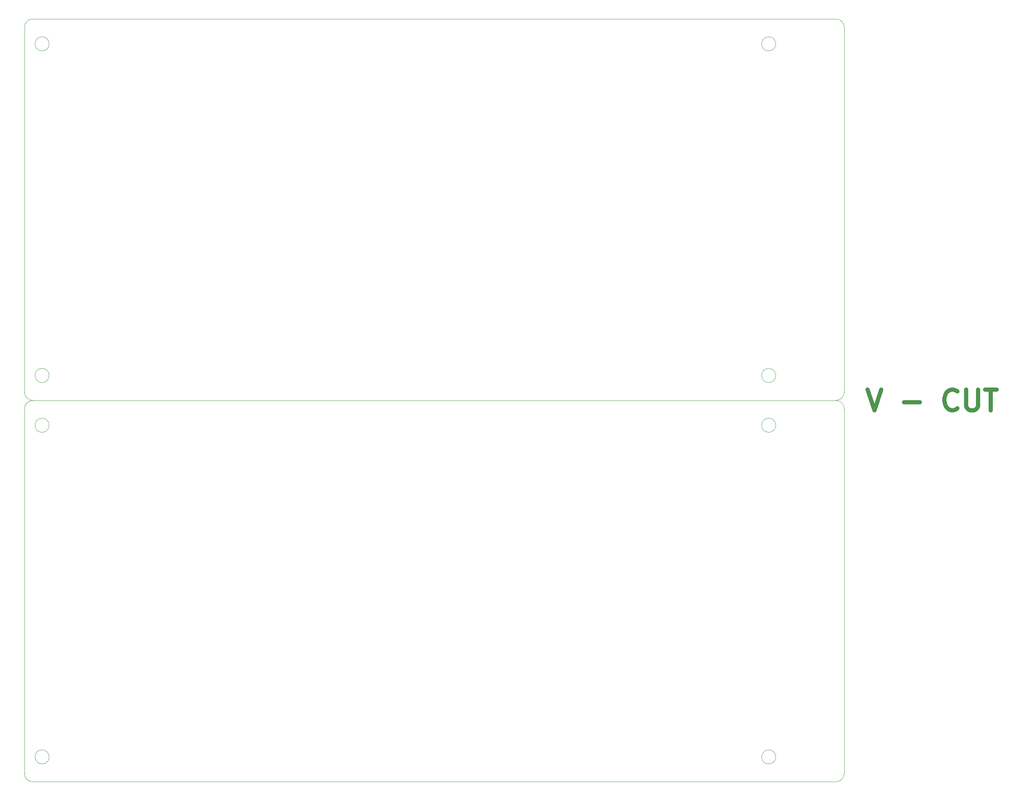
<source format=gbr>
%TF.GenerationSoftware,KiCad,Pcbnew,8.0.7*%
%TF.CreationDate,2025-01-14T19:52:08+09:00*%
%TF.ProjectId,AutoHome-S-Main_V7.0,4175746f-486f-46d6-952d-532d4d61696e,rev?*%
%TF.SameCoordinates,Original*%
%TF.FileFunction,Profile,NP*%
%FSLAX46Y46*%
G04 Gerber Fmt 4.6, Leading zero omitted, Abs format (unit mm)*
G04 Created by KiCad (PCBNEW 8.0.7) date 2025-01-14 19:52:08*
%MOMM*%
%LPD*%
G01*
G04 APERTURE LIST*
%TA.AperFunction,Profile*%
%ADD10C,0.050000*%
%TD*%
%ADD11C,1.000000*%
G04 APERTURE END LIST*
D10*
X60675000Y-142130000D02*
G75*
G02*
X57275000Y-142130000I-1700000J0D01*
G01*
X57275000Y-142130000D02*
G75*
G02*
X60675000Y-142130000I1700000J0D01*
G01*
X235975000Y-222130000D02*
G75*
G02*
X232575000Y-222130000I-1700000J0D01*
G01*
X232575000Y-222130000D02*
G75*
G02*
X235975000Y-222130000I1700000J0D01*
G01*
X235974999Y-142130000D02*
G75*
G02*
X232574999Y-142130000I-1700000J0D01*
G01*
X232574999Y-142130000D02*
G75*
G02*
X235974999Y-142130000I1700000J0D01*
G01*
X60674999Y-222120000D02*
G75*
G02*
X57274999Y-222120000I-1700000J0D01*
G01*
X57274999Y-222120000D02*
G75*
G02*
X60674999Y-222120000I1700000J0D01*
G01*
X250490000Y-136132500D02*
G75*
G02*
X252490000Y-138132500I0J-2000000D01*
G01*
X252490000Y-138132500D02*
X252490000Y-226117500D01*
X252490000Y-226117500D02*
G75*
G02*
X250490000Y-228117500I-2000000J0D01*
G01*
X54725000Y-138135000D02*
G75*
G02*
X56725000Y-136135000I2000000J0D01*
G01*
X56725000Y-228135000D02*
X250490000Y-228117500D01*
X54725000Y-138135000D02*
X54725000Y-226135000D01*
X56725000Y-228135000D02*
G75*
G02*
X54725000Y-226135000I0J2000000D01*
G01*
X56725000Y-136135000D02*
X250490000Y-136132500D01*
X235975000Y-130130000D02*
G75*
G02*
X232575000Y-130130000I-1700000J0D01*
G01*
X232575000Y-130130000D02*
G75*
G02*
X235975000Y-130130000I1700000J0D01*
G01*
X60674999Y-130120000D02*
G75*
G02*
X57274999Y-130120000I-1700000J0D01*
G01*
X57274999Y-130120000D02*
G75*
G02*
X60674999Y-130120000I1700000J0D01*
G01*
X60675000Y-50130000D02*
G75*
G02*
X57275000Y-50130000I-1700000J0D01*
G01*
X57275000Y-50130000D02*
G75*
G02*
X60675000Y-50130000I1700000J0D01*
G01*
X235974999Y-50130000D02*
G75*
G02*
X232574999Y-50130000I-1700000J0D01*
G01*
X232574999Y-50130000D02*
G75*
G02*
X235974999Y-50130000I1700000J0D01*
G01*
X54725000Y-46135000D02*
G75*
G02*
X56725000Y-44135000I2000000J0D01*
G01*
X252490000Y-134117500D02*
G75*
G02*
X250490000Y-136117500I-2000000J0D01*
G01*
X252490000Y-46132500D02*
X252490000Y-134117500D01*
X250490000Y-44132500D02*
G75*
G02*
X252490000Y-46132500I0J-2000000D01*
G01*
X56725000Y-136135000D02*
G75*
G02*
X54725000Y-134135000I0J2000000D01*
G01*
X56725000Y-136135000D02*
X250490000Y-136117500D01*
X56725000Y-44135000D02*
X250490000Y-44132500D01*
X54725000Y-46135000D02*
X54725000Y-134135000D01*
D11*
X258114084Y-133511095D02*
X259780751Y-138511095D01*
X259780751Y-138511095D02*
X261447417Y-133511095D01*
X266923608Y-136606333D02*
X270733132Y-136606333D01*
X279780751Y-138034904D02*
X279542655Y-138273000D01*
X279542655Y-138273000D02*
X278828370Y-138511095D01*
X278828370Y-138511095D02*
X278352179Y-138511095D01*
X278352179Y-138511095D02*
X277637893Y-138273000D01*
X277637893Y-138273000D02*
X277161703Y-137796809D01*
X277161703Y-137796809D02*
X276923608Y-137320619D01*
X276923608Y-137320619D02*
X276685512Y-136368238D01*
X276685512Y-136368238D02*
X276685512Y-135653952D01*
X276685512Y-135653952D02*
X276923608Y-134701571D01*
X276923608Y-134701571D02*
X277161703Y-134225380D01*
X277161703Y-134225380D02*
X277637893Y-133749190D01*
X277637893Y-133749190D02*
X278352179Y-133511095D01*
X278352179Y-133511095D02*
X278828370Y-133511095D01*
X278828370Y-133511095D02*
X279542655Y-133749190D01*
X279542655Y-133749190D02*
X279780751Y-133987285D01*
X281923608Y-133511095D02*
X281923608Y-137558714D01*
X281923608Y-137558714D02*
X282161703Y-138034904D01*
X282161703Y-138034904D02*
X282399798Y-138273000D01*
X282399798Y-138273000D02*
X282875989Y-138511095D01*
X282875989Y-138511095D02*
X283828370Y-138511095D01*
X283828370Y-138511095D02*
X284304560Y-138273000D01*
X284304560Y-138273000D02*
X284542655Y-138034904D01*
X284542655Y-138034904D02*
X284780751Y-137558714D01*
X284780751Y-137558714D02*
X284780751Y-133511095D01*
X286447417Y-133511095D02*
X289304560Y-133511095D01*
X287875988Y-138511095D02*
X287875988Y-133511095D01*
M02*

</source>
